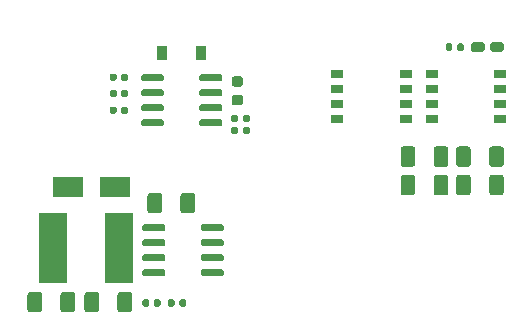
<source format=gbr>
%TF.GenerationSoftware,KiCad,Pcbnew,(5.1.6)-1*%
%TF.CreationDate,2022-02-05T23:25:30+08:00*%
%TF.ProjectId,brake_board,6272616b-655f-4626-9f61-72642e6b6963,rev?*%
%TF.SameCoordinates,Original*%
%TF.FileFunction,Paste,Top*%
%TF.FilePolarity,Positive*%
%FSLAX46Y46*%
G04 Gerber Fmt 4.6, Leading zero omitted, Abs format (unit mm)*
G04 Created by KiCad (PCBNEW (5.1.6)-1) date 2022-02-05 23:25:30*
%MOMM*%
%LPD*%
G01*
G04 APERTURE LIST*
%ADD10R,1.100000X0.750000*%
%ADD11R,2.450000X5.900000*%
%ADD12R,0.900000X1.200000*%
%ADD13R,2.500000X1.800000*%
G04 APERTURE END LIST*
%TO.C,R8*%
G36*
G01*
X23654800Y27716700D02*
X23654800Y28061700D01*
G75*
G02*
X23802300Y28209200I147500J0D01*
G01*
X24097300Y28209200D01*
G75*
G02*
X24244800Y28061700I0J-147500D01*
G01*
X24244800Y27716700D01*
G75*
G02*
X24097300Y27569200I-147500J0D01*
G01*
X23802300Y27569200D01*
G75*
G02*
X23654800Y27716700I0J147500D01*
G01*
G37*
G36*
G01*
X24624800Y27716700D02*
X24624800Y28061700D01*
G75*
G02*
X24772300Y28209200I147500J0D01*
G01*
X25067300Y28209200D01*
G75*
G02*
X25214800Y28061700I0J-147500D01*
G01*
X25214800Y27716700D01*
G75*
G02*
X25067300Y27569200I-147500J0D01*
G01*
X24772300Y27569200D01*
G75*
G02*
X24624800Y27716700I0J147500D01*
G01*
G37*
%TD*%
%TO.C,U2*%
G36*
G01*
X26282000Y29072000D02*
X26282000Y29372000D01*
G75*
G02*
X26432000Y29522000I150000J0D01*
G01*
X28082000Y29522000D01*
G75*
G02*
X28232000Y29372000I0J-150000D01*
G01*
X28232000Y29072000D01*
G75*
G02*
X28082000Y28922000I-150000J0D01*
G01*
X26432000Y28922000D01*
G75*
G02*
X26282000Y29072000I0J150000D01*
G01*
G37*
G36*
G01*
X26282000Y27802000D02*
X26282000Y28102000D01*
G75*
G02*
X26432000Y28252000I150000J0D01*
G01*
X28082000Y28252000D01*
G75*
G02*
X28232000Y28102000I0J-150000D01*
G01*
X28232000Y27802000D01*
G75*
G02*
X28082000Y27652000I-150000J0D01*
G01*
X26432000Y27652000D01*
G75*
G02*
X26282000Y27802000I0J150000D01*
G01*
G37*
G36*
G01*
X26282000Y26532000D02*
X26282000Y26832000D01*
G75*
G02*
X26432000Y26982000I150000J0D01*
G01*
X28082000Y26982000D01*
G75*
G02*
X28232000Y26832000I0J-150000D01*
G01*
X28232000Y26532000D01*
G75*
G02*
X28082000Y26382000I-150000J0D01*
G01*
X26432000Y26382000D01*
G75*
G02*
X26282000Y26532000I0J150000D01*
G01*
G37*
G36*
G01*
X26282000Y25262000D02*
X26282000Y25562000D01*
G75*
G02*
X26432000Y25712000I150000J0D01*
G01*
X28082000Y25712000D01*
G75*
G02*
X28232000Y25562000I0J-150000D01*
G01*
X28232000Y25262000D01*
G75*
G02*
X28082000Y25112000I-150000J0D01*
G01*
X26432000Y25112000D01*
G75*
G02*
X26282000Y25262000I0J150000D01*
G01*
G37*
G36*
G01*
X31232000Y25262000D02*
X31232000Y25562000D01*
G75*
G02*
X31382000Y25712000I150000J0D01*
G01*
X33032000Y25712000D01*
G75*
G02*
X33182000Y25562000I0J-150000D01*
G01*
X33182000Y25262000D01*
G75*
G02*
X33032000Y25112000I-150000J0D01*
G01*
X31382000Y25112000D01*
G75*
G02*
X31232000Y25262000I0J150000D01*
G01*
G37*
G36*
G01*
X31232000Y26532000D02*
X31232000Y26832000D01*
G75*
G02*
X31382000Y26982000I150000J0D01*
G01*
X33032000Y26982000D01*
G75*
G02*
X33182000Y26832000I0J-150000D01*
G01*
X33182000Y26532000D01*
G75*
G02*
X33032000Y26382000I-150000J0D01*
G01*
X31382000Y26382000D01*
G75*
G02*
X31232000Y26532000I0J150000D01*
G01*
G37*
G36*
G01*
X31232000Y27802000D02*
X31232000Y28102000D01*
G75*
G02*
X31382000Y28252000I150000J0D01*
G01*
X33032000Y28252000D01*
G75*
G02*
X33182000Y28102000I0J-150000D01*
G01*
X33182000Y27802000D01*
G75*
G02*
X33032000Y27652000I-150000J0D01*
G01*
X31382000Y27652000D01*
G75*
G02*
X31232000Y27802000I0J150000D01*
G01*
G37*
G36*
G01*
X31232000Y29072000D02*
X31232000Y29372000D01*
G75*
G02*
X31382000Y29522000I150000J0D01*
G01*
X33032000Y29522000D01*
G75*
G02*
X33182000Y29372000I0J-150000D01*
G01*
X33182000Y29072000D01*
G75*
G02*
X33032000Y28922000I-150000J0D01*
G01*
X31382000Y28922000D01*
G75*
G02*
X31232000Y29072000I0J150000D01*
G01*
G37*
%TD*%
%TO.C,U1*%
G36*
G01*
X26409000Y16374000D02*
X26409000Y16674000D01*
G75*
G02*
X26559000Y16824000I150000J0D01*
G01*
X28209000Y16824000D01*
G75*
G02*
X28359000Y16674000I0J-150000D01*
G01*
X28359000Y16374000D01*
G75*
G02*
X28209000Y16224000I-150000J0D01*
G01*
X26559000Y16224000D01*
G75*
G02*
X26409000Y16374000I0J150000D01*
G01*
G37*
G36*
G01*
X26409000Y15104000D02*
X26409000Y15404000D01*
G75*
G02*
X26559000Y15554000I150000J0D01*
G01*
X28209000Y15554000D01*
G75*
G02*
X28359000Y15404000I0J-150000D01*
G01*
X28359000Y15104000D01*
G75*
G02*
X28209000Y14954000I-150000J0D01*
G01*
X26559000Y14954000D01*
G75*
G02*
X26409000Y15104000I0J150000D01*
G01*
G37*
G36*
G01*
X26409000Y13834000D02*
X26409000Y14134000D01*
G75*
G02*
X26559000Y14284000I150000J0D01*
G01*
X28209000Y14284000D01*
G75*
G02*
X28359000Y14134000I0J-150000D01*
G01*
X28359000Y13834000D01*
G75*
G02*
X28209000Y13684000I-150000J0D01*
G01*
X26559000Y13684000D01*
G75*
G02*
X26409000Y13834000I0J150000D01*
G01*
G37*
G36*
G01*
X26409000Y12564000D02*
X26409000Y12864000D01*
G75*
G02*
X26559000Y13014000I150000J0D01*
G01*
X28209000Y13014000D01*
G75*
G02*
X28359000Y12864000I0J-150000D01*
G01*
X28359000Y12564000D01*
G75*
G02*
X28209000Y12414000I-150000J0D01*
G01*
X26559000Y12414000D01*
G75*
G02*
X26409000Y12564000I0J150000D01*
G01*
G37*
G36*
G01*
X31359000Y12564000D02*
X31359000Y12864000D01*
G75*
G02*
X31509000Y13014000I150000J0D01*
G01*
X33159000Y13014000D01*
G75*
G02*
X33309000Y12864000I0J-150000D01*
G01*
X33309000Y12564000D01*
G75*
G02*
X33159000Y12414000I-150000J0D01*
G01*
X31509000Y12414000D01*
G75*
G02*
X31359000Y12564000I0J150000D01*
G01*
G37*
G36*
G01*
X31359000Y13834000D02*
X31359000Y14134000D01*
G75*
G02*
X31509000Y14284000I150000J0D01*
G01*
X33159000Y14284000D01*
G75*
G02*
X33309000Y14134000I0J-150000D01*
G01*
X33309000Y13834000D01*
G75*
G02*
X33159000Y13684000I-150000J0D01*
G01*
X31509000Y13684000D01*
G75*
G02*
X31359000Y13834000I0J150000D01*
G01*
G37*
G36*
G01*
X31359000Y15104000D02*
X31359000Y15404000D01*
G75*
G02*
X31509000Y15554000I150000J0D01*
G01*
X33159000Y15554000D01*
G75*
G02*
X33309000Y15404000I0J-150000D01*
G01*
X33309000Y15104000D01*
G75*
G02*
X33159000Y14954000I-150000J0D01*
G01*
X31509000Y14954000D01*
G75*
G02*
X31359000Y15104000I0J150000D01*
G01*
G37*
G36*
G01*
X31359000Y16374000D02*
X31359000Y16674000D01*
G75*
G02*
X31509000Y16824000I150000J0D01*
G01*
X33159000Y16824000D01*
G75*
G02*
X33309000Y16674000I0J-150000D01*
G01*
X33309000Y16374000D01*
G75*
G02*
X33159000Y16224000I-150000J0D01*
G01*
X31509000Y16224000D01*
G75*
G02*
X31359000Y16374000I0J150000D01*
G01*
G37*
%TD*%
%TO.C,R7*%
G36*
G01*
X53635000Y31999500D02*
X53635000Y31654500D01*
G75*
G02*
X53487500Y31507000I-147500J0D01*
G01*
X53192500Y31507000D01*
G75*
G02*
X53045000Y31654500I0J147500D01*
G01*
X53045000Y31999500D01*
G75*
G02*
X53192500Y32147000I147500J0D01*
G01*
X53487500Y32147000D01*
G75*
G02*
X53635000Y31999500I0J-147500D01*
G01*
G37*
G36*
G01*
X52665000Y31999500D02*
X52665000Y31654500D01*
G75*
G02*
X52517500Y31507000I-147500J0D01*
G01*
X52222500Y31507000D01*
G75*
G02*
X52075000Y31654500I0J147500D01*
G01*
X52075000Y31999500D01*
G75*
G02*
X52222500Y32147000I147500J0D01*
G01*
X52517500Y32147000D01*
G75*
G02*
X52665000Y31999500I0J-147500D01*
G01*
G37*
%TD*%
%TO.C,R5*%
G36*
G01*
X35483000Y25953500D02*
X35483000Y25608500D01*
G75*
G02*
X35335500Y25461000I-147500J0D01*
G01*
X35040500Y25461000D01*
G75*
G02*
X34893000Y25608500I0J147500D01*
G01*
X34893000Y25953500D01*
G75*
G02*
X35040500Y26101000I147500J0D01*
G01*
X35335500Y26101000D01*
G75*
G02*
X35483000Y25953500I0J-147500D01*
G01*
G37*
G36*
G01*
X34513000Y25953500D02*
X34513000Y25608500D01*
G75*
G02*
X34365500Y25461000I-147500J0D01*
G01*
X34070500Y25461000D01*
G75*
G02*
X33923000Y25608500I0J147500D01*
G01*
X33923000Y25953500D01*
G75*
G02*
X34070500Y26101000I147500J0D01*
G01*
X34365500Y26101000D01*
G75*
G02*
X34513000Y25953500I0J-147500D01*
G01*
G37*
%TD*%
%TO.C,R4*%
G36*
G01*
X35483000Y24937500D02*
X35483000Y24592500D01*
G75*
G02*
X35335500Y24445000I-147500J0D01*
G01*
X35040500Y24445000D01*
G75*
G02*
X34893000Y24592500I0J147500D01*
G01*
X34893000Y24937500D01*
G75*
G02*
X35040500Y25085000I147500J0D01*
G01*
X35335500Y25085000D01*
G75*
G02*
X35483000Y24937500I0J-147500D01*
G01*
G37*
G36*
G01*
X34513000Y24937500D02*
X34513000Y24592500D01*
G75*
G02*
X34365500Y24445000I-147500J0D01*
G01*
X34070500Y24445000D01*
G75*
G02*
X33923000Y24592500I0J147500D01*
G01*
X33923000Y24937500D01*
G75*
G02*
X34070500Y25085000I147500J0D01*
G01*
X34365500Y25085000D01*
G75*
G02*
X34513000Y24937500I0J-147500D01*
G01*
G37*
%TD*%
%TO.C,R3*%
G36*
G01*
X23636000Y26304500D02*
X23636000Y26649500D01*
G75*
G02*
X23783500Y26797000I147500J0D01*
G01*
X24078500Y26797000D01*
G75*
G02*
X24226000Y26649500I0J-147500D01*
G01*
X24226000Y26304500D01*
G75*
G02*
X24078500Y26157000I-147500J0D01*
G01*
X23783500Y26157000D01*
G75*
G02*
X23636000Y26304500I0J147500D01*
G01*
G37*
G36*
G01*
X24606000Y26304500D02*
X24606000Y26649500D01*
G75*
G02*
X24753500Y26797000I147500J0D01*
G01*
X25048500Y26797000D01*
G75*
G02*
X25196000Y26649500I0J-147500D01*
G01*
X25196000Y26304500D01*
G75*
G02*
X25048500Y26157000I-147500J0D01*
G01*
X24753500Y26157000D01*
G75*
G02*
X24606000Y26304500I0J147500D01*
G01*
G37*
%TD*%
%TO.C,R2*%
G36*
G01*
X26398000Y9987500D02*
X26398000Y10332500D01*
G75*
G02*
X26545500Y10480000I147500J0D01*
G01*
X26840500Y10480000D01*
G75*
G02*
X26988000Y10332500I0J-147500D01*
G01*
X26988000Y9987500D01*
G75*
G02*
X26840500Y9840000I-147500J0D01*
G01*
X26545500Y9840000D01*
G75*
G02*
X26398000Y9987500I0J147500D01*
G01*
G37*
G36*
G01*
X27368000Y9987500D02*
X27368000Y10332500D01*
G75*
G02*
X27515500Y10480000I147500J0D01*
G01*
X27810500Y10480000D01*
G75*
G02*
X27958000Y10332500I0J-147500D01*
G01*
X27958000Y9987500D01*
G75*
G02*
X27810500Y9840000I-147500J0D01*
G01*
X27515500Y9840000D01*
G75*
G02*
X27368000Y9987500I0J147500D01*
G01*
G37*
%TD*%
%TO.C,R1*%
G36*
G01*
X28557000Y9987500D02*
X28557000Y10332500D01*
G75*
G02*
X28704500Y10480000I147500J0D01*
G01*
X28999500Y10480000D01*
G75*
G02*
X29147000Y10332500I0J-147500D01*
G01*
X29147000Y9987500D01*
G75*
G02*
X28999500Y9840000I-147500J0D01*
G01*
X28704500Y9840000D01*
G75*
G02*
X28557000Y9987500I0J147500D01*
G01*
G37*
G36*
G01*
X29527000Y9987500D02*
X29527000Y10332500D01*
G75*
G02*
X29674500Y10480000I147500J0D01*
G01*
X29969500Y10480000D01*
G75*
G02*
X30117000Y10332500I0J-147500D01*
G01*
X30117000Y9987500D01*
G75*
G02*
X29969500Y9840000I-147500J0D01*
G01*
X29674500Y9840000D01*
G75*
G02*
X29527000Y9987500I0J147500D01*
G01*
G37*
%TD*%
D10*
%TO.C,Q2*%
X48696000Y29524000D03*
X48696000Y25714000D03*
X42896000Y25714000D03*
X42896000Y26984000D03*
X42896000Y28254000D03*
X42896000Y29524000D03*
X48696000Y28254000D03*
X48696000Y26984000D03*
%TD*%
%TO.C,Q1*%
X56696000Y29524000D03*
X56696000Y25714000D03*
X50896000Y25714000D03*
X50896000Y26984000D03*
X50896000Y28254000D03*
X50896000Y29524000D03*
X56696000Y28254000D03*
X56696000Y26984000D03*
%TD*%
D11*
%TO.C,L1*%
X24397000Y14809000D03*
X18847000Y14809000D03*
%TD*%
%TO.C,D3*%
G36*
G01*
X57051000Y32039500D02*
X57051000Y31614500D01*
G75*
G02*
X56838500Y31402000I-212500J0D01*
G01*
X56038500Y31402000D01*
G75*
G02*
X55826000Y31614500I0J212500D01*
G01*
X55826000Y32039500D01*
G75*
G02*
X56038500Y32252000I212500J0D01*
G01*
X56838500Y32252000D01*
G75*
G02*
X57051000Y32039500I0J-212500D01*
G01*
G37*
G36*
G01*
X55426000Y32039500D02*
X55426000Y31614500D01*
G75*
G02*
X55213500Y31402000I-212500J0D01*
G01*
X54413500Y31402000D01*
G75*
G02*
X54201000Y31614500I0J212500D01*
G01*
X54201000Y32039500D01*
G75*
G02*
X54413500Y32252000I212500J0D01*
G01*
X55213500Y32252000D01*
G75*
G02*
X55426000Y32039500I0J-212500D01*
G01*
G37*
%TD*%
D12*
%TO.C,D2*%
X31400000Y31303000D03*
X28100000Y31303000D03*
%TD*%
D13*
%TO.C,D1*%
X24130000Y20016000D03*
X20130000Y20016000D03*
%TD*%
%TO.C,C9*%
G36*
G01*
X57016000Y20768000D02*
X57016000Y19518000D01*
G75*
G02*
X56766000Y19268000I-250000J0D01*
G01*
X56016000Y19268000D01*
G75*
G02*
X55766000Y19518000I0J250000D01*
G01*
X55766000Y20768000D01*
G75*
G02*
X56016000Y21018000I250000J0D01*
G01*
X56766000Y21018000D01*
G75*
G02*
X57016000Y20768000I0J-250000D01*
G01*
G37*
G36*
G01*
X54216000Y20768000D02*
X54216000Y19518000D01*
G75*
G02*
X53966000Y19268000I-250000J0D01*
G01*
X53216000Y19268000D01*
G75*
G02*
X52966000Y19518000I0J250000D01*
G01*
X52966000Y20768000D01*
G75*
G02*
X53216000Y21018000I250000J0D01*
G01*
X53966000Y21018000D01*
G75*
G02*
X54216000Y20768000I0J-250000D01*
G01*
G37*
%TD*%
%TO.C,C8*%
G36*
G01*
X48267000Y21931000D02*
X48267000Y23181000D01*
G75*
G02*
X48517000Y23431000I250000J0D01*
G01*
X49267000Y23431000D01*
G75*
G02*
X49517000Y23181000I0J-250000D01*
G01*
X49517000Y21931000D01*
G75*
G02*
X49267000Y21681000I-250000J0D01*
G01*
X48517000Y21681000D01*
G75*
G02*
X48267000Y21931000I0J250000D01*
G01*
G37*
G36*
G01*
X51067000Y21931000D02*
X51067000Y23181000D01*
G75*
G02*
X51317000Y23431000I250000J0D01*
G01*
X52067000Y23431000D01*
G75*
G02*
X52317000Y23181000I0J-250000D01*
G01*
X52317000Y21931000D01*
G75*
G02*
X52067000Y21681000I-250000J0D01*
G01*
X51317000Y21681000D01*
G75*
G02*
X51067000Y21931000I0J250000D01*
G01*
G37*
%TD*%
%TO.C,C7*%
G36*
G01*
X34192750Y29353000D02*
X34705250Y29353000D01*
G75*
G02*
X34924000Y29134250I0J-218750D01*
G01*
X34924000Y28696750D01*
G75*
G02*
X34705250Y28478000I-218750J0D01*
G01*
X34192750Y28478000D01*
G75*
G02*
X33974000Y28696750I0J218750D01*
G01*
X33974000Y29134250D01*
G75*
G02*
X34192750Y29353000I218750J0D01*
G01*
G37*
G36*
G01*
X34192750Y27778000D02*
X34705250Y27778000D01*
G75*
G02*
X34924000Y27559250I0J-218750D01*
G01*
X34924000Y27121750D01*
G75*
G02*
X34705250Y26903000I-218750J0D01*
G01*
X34192750Y26903000D01*
G75*
G02*
X33974000Y27121750I0J218750D01*
G01*
X33974000Y27559250D01*
G75*
G02*
X34192750Y27778000I218750J0D01*
G01*
G37*
%TD*%
%TO.C,C6*%
G36*
G01*
X25196000Y29443500D02*
X25196000Y29098500D01*
G75*
G02*
X25048500Y28951000I-147500J0D01*
G01*
X24753500Y28951000D01*
G75*
G02*
X24606000Y29098500I0J147500D01*
G01*
X24606000Y29443500D01*
G75*
G02*
X24753500Y29591000I147500J0D01*
G01*
X25048500Y29591000D01*
G75*
G02*
X25196000Y29443500I0J-147500D01*
G01*
G37*
G36*
G01*
X24226000Y29443500D02*
X24226000Y29098500D01*
G75*
G02*
X24078500Y28951000I-147500J0D01*
G01*
X23783500Y28951000D01*
G75*
G02*
X23636000Y29098500I0J147500D01*
G01*
X23636000Y29443500D01*
G75*
G02*
X23783500Y29591000I147500J0D01*
G01*
X24078500Y29591000D01*
G75*
G02*
X24226000Y29443500I0J-147500D01*
G01*
G37*
%TD*%
%TO.C,C5*%
G36*
G01*
X25552000Y10862000D02*
X25552000Y9612000D01*
G75*
G02*
X25302000Y9362000I-250000J0D01*
G01*
X24552000Y9362000D01*
G75*
G02*
X24302000Y9612000I0J250000D01*
G01*
X24302000Y10862000D01*
G75*
G02*
X24552000Y11112000I250000J0D01*
G01*
X25302000Y11112000D01*
G75*
G02*
X25552000Y10862000I0J-250000D01*
G01*
G37*
G36*
G01*
X22752000Y10862000D02*
X22752000Y9612000D01*
G75*
G02*
X22502000Y9362000I-250000J0D01*
G01*
X21752000Y9362000D01*
G75*
G02*
X21502000Y9612000I0J250000D01*
G01*
X21502000Y10862000D01*
G75*
G02*
X21752000Y11112000I250000J0D01*
G01*
X22502000Y11112000D01*
G75*
G02*
X22752000Y10862000I0J-250000D01*
G01*
G37*
%TD*%
%TO.C,C4*%
G36*
G01*
X16676000Y9612000D02*
X16676000Y10862000D01*
G75*
G02*
X16926000Y11112000I250000J0D01*
G01*
X17676000Y11112000D01*
G75*
G02*
X17926000Y10862000I0J-250000D01*
G01*
X17926000Y9612000D01*
G75*
G02*
X17676000Y9362000I-250000J0D01*
G01*
X16926000Y9362000D01*
G75*
G02*
X16676000Y9612000I0J250000D01*
G01*
G37*
G36*
G01*
X19476000Y9612000D02*
X19476000Y10862000D01*
G75*
G02*
X19726000Y11112000I250000J0D01*
G01*
X20476000Y11112000D01*
G75*
G02*
X20726000Y10862000I0J-250000D01*
G01*
X20726000Y9612000D01*
G75*
G02*
X20476000Y9362000I-250000J0D01*
G01*
X19726000Y9362000D01*
G75*
G02*
X19476000Y9612000I0J250000D01*
G01*
G37*
%TD*%
%TO.C,C3*%
G36*
G01*
X57016000Y23181000D02*
X57016000Y21931000D01*
G75*
G02*
X56766000Y21681000I-250000J0D01*
G01*
X56016000Y21681000D01*
G75*
G02*
X55766000Y21931000I0J250000D01*
G01*
X55766000Y23181000D01*
G75*
G02*
X56016000Y23431000I250000J0D01*
G01*
X56766000Y23431000D01*
G75*
G02*
X57016000Y23181000I0J-250000D01*
G01*
G37*
G36*
G01*
X54216000Y23181000D02*
X54216000Y21931000D01*
G75*
G02*
X53966000Y21681000I-250000J0D01*
G01*
X53216000Y21681000D01*
G75*
G02*
X52966000Y21931000I0J250000D01*
G01*
X52966000Y23181000D01*
G75*
G02*
X53216000Y23431000I250000J0D01*
G01*
X53966000Y23431000D01*
G75*
G02*
X54216000Y23181000I0J-250000D01*
G01*
G37*
%TD*%
%TO.C,C2*%
G36*
G01*
X48267000Y19518000D02*
X48267000Y20768000D01*
G75*
G02*
X48517000Y21018000I250000J0D01*
G01*
X49267000Y21018000D01*
G75*
G02*
X49517000Y20768000I0J-250000D01*
G01*
X49517000Y19518000D01*
G75*
G02*
X49267000Y19268000I-250000J0D01*
G01*
X48517000Y19268000D01*
G75*
G02*
X48267000Y19518000I0J250000D01*
G01*
G37*
G36*
G01*
X51067000Y19518000D02*
X51067000Y20768000D01*
G75*
G02*
X51317000Y21018000I250000J0D01*
G01*
X52067000Y21018000D01*
G75*
G02*
X52317000Y20768000I0J-250000D01*
G01*
X52317000Y19518000D01*
G75*
G02*
X52067000Y19268000I-250000J0D01*
G01*
X51317000Y19268000D01*
G75*
G02*
X51067000Y19518000I0J250000D01*
G01*
G37*
%TD*%
%TO.C,C1*%
G36*
G01*
X30886000Y19244000D02*
X30886000Y17994000D01*
G75*
G02*
X30636000Y17744000I-250000J0D01*
G01*
X29886000Y17744000D01*
G75*
G02*
X29636000Y17994000I0J250000D01*
G01*
X29636000Y19244000D01*
G75*
G02*
X29886000Y19494000I250000J0D01*
G01*
X30636000Y19494000D01*
G75*
G02*
X30886000Y19244000I0J-250000D01*
G01*
G37*
G36*
G01*
X28086000Y19244000D02*
X28086000Y17994000D01*
G75*
G02*
X27836000Y17744000I-250000J0D01*
G01*
X27086000Y17744000D01*
G75*
G02*
X26836000Y17994000I0J250000D01*
G01*
X26836000Y19244000D01*
G75*
G02*
X27086000Y19494000I250000J0D01*
G01*
X27836000Y19494000D01*
G75*
G02*
X28086000Y19244000I0J-250000D01*
G01*
G37*
%TD*%
M02*

</source>
